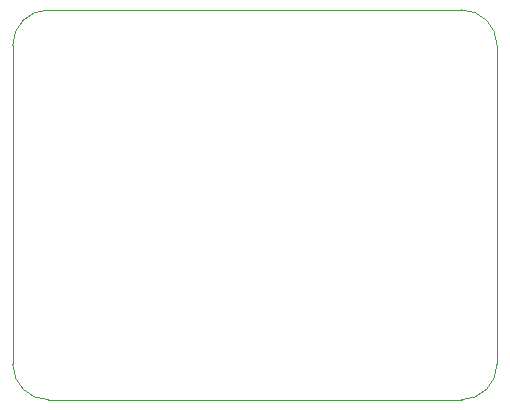
<source format=gbr>
%TF.GenerationSoftware,KiCad,Pcbnew,6.0.5-a6ca702e91~116~ubuntu20.04.1*%
%TF.CreationDate,2023-02-10T18:46:25+05:30*%
%TF.ProjectId,STM32_kicad,53544d33-325f-46b6-9963-61642e6b6963,rev?*%
%TF.SameCoordinates,Original*%
%TF.FileFunction,Profile,NP*%
%FSLAX46Y46*%
G04 Gerber Fmt 4.6, Leading zero omitted, Abs format (unit mm)*
G04 Created by KiCad (PCBNEW 6.0.5-a6ca702e91~116~ubuntu20.04.1) date 2023-02-10 18:46:25*
%MOMM*%
%LPD*%
G01*
G04 APERTURE LIST*
%TA.AperFunction,Profile*%
%ADD10C,0.100000*%
%TD*%
G04 APERTURE END LIST*
D10*
X189500000Y-131500000D02*
G75*
G03*
X192500000Y-128500000I0J3000000D01*
G01*
X192500000Y-101500000D02*
G75*
G03*
X189500000Y-98500000I-3000000J0D01*
G01*
X154500000Y-98500000D02*
G75*
G03*
X151500000Y-101500000I0J-3000000D01*
G01*
X151500000Y-128500000D02*
G75*
G03*
X154500000Y-131500000I3000000J0D01*
G01*
X154500000Y-98500000D02*
X189500000Y-98500000D01*
X151500000Y-101500000D02*
X151500000Y-128500000D01*
X154500000Y-131500000D02*
X189500000Y-131500000D01*
X192500000Y-128500000D02*
X192500000Y-101500000D01*
M02*

</source>
